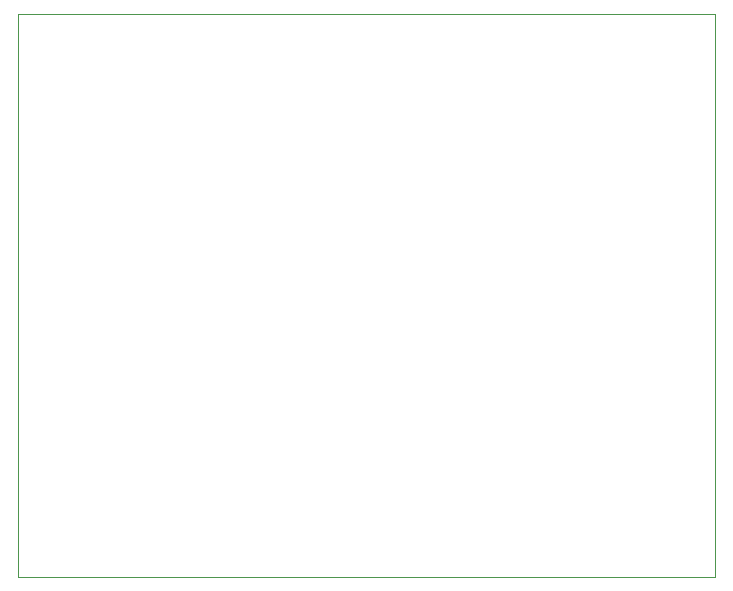
<source format=gbr>
%TF.GenerationSoftware,KiCad,Pcbnew,9.0.5*%
%TF.CreationDate,2025-12-10T20:41:01-05:00*%
%TF.ProjectId,lid_board,6c69645f-626f-4617-9264-2e6b69636164,rev?*%
%TF.SameCoordinates,Original*%
%TF.FileFunction,Profile,NP*%
%FSLAX46Y46*%
G04 Gerber Fmt 4.6, Leading zero omitted, Abs format (unit mm)*
G04 Created by KiCad (PCBNEW 9.0.5) date 2025-12-10 20:41:01*
%MOMM*%
%LPD*%
G01*
G04 APERTURE LIST*
%TA.AperFunction,Profile*%
%ADD10C,0.050000*%
%TD*%
G04 APERTURE END LIST*
D10*
X110490000Y-77470000D02*
X169545000Y-77470000D01*
X169545000Y-125095000D01*
X110490000Y-125095000D01*
X110490000Y-77470000D01*
M02*

</source>
